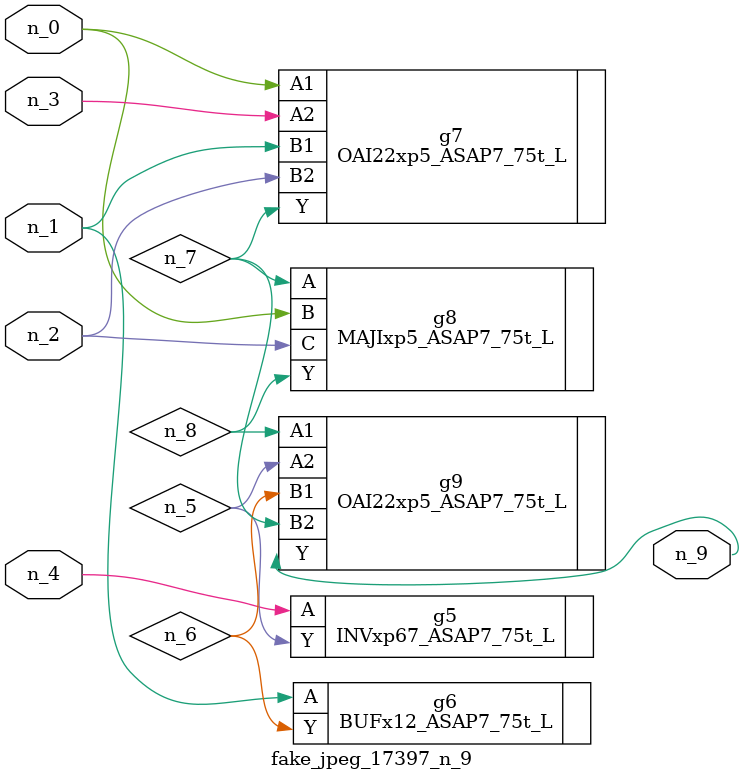
<source format=v>
module fake_jpeg_17397_n_9 (n_3, n_2, n_1, n_0, n_4, n_9);

input n_3;
input n_2;
input n_1;
input n_0;
input n_4;

output n_9;

wire n_8;
wire n_6;
wire n_5;
wire n_7;

INVxp67_ASAP7_75t_L g5 ( 
.A(n_4),
.Y(n_5)
);

BUFx12_ASAP7_75t_L g6 ( 
.A(n_1),
.Y(n_6)
);

OAI22xp5_ASAP7_75t_L g7 ( 
.A1(n_0),
.A2(n_3),
.B1(n_1),
.B2(n_2),
.Y(n_7)
);

MAJIxp5_ASAP7_75t_L g8 ( 
.A(n_7),
.B(n_0),
.C(n_2),
.Y(n_8)
);

OAI22xp5_ASAP7_75t_L g9 ( 
.A1(n_8),
.A2(n_5),
.B1(n_6),
.B2(n_7),
.Y(n_9)
);


endmodule
</source>
